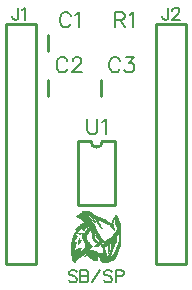
<source format=gto>
G04 DipTrace 3.1.0.1*
G04 BOARD.gto*
%MOIN*%
G04 #@! TF.FileFunction,Legend,Top*
G04 #@! TF.Part,Single*
%ADD10C,0.009843*%
%ADD12C,0.003*%
%ADD35C,0.00772*%
%ADD36C,0.006176*%
%FSLAX26Y26*%
G04*
G70*
G90*
G75*
G01*
G04 TopSilk*
%LPD*%
X546280Y1186871D2*
D10*
Y1238013D1*
Y1036887D2*
Y1088029D1*
X721261Y1036887D2*
Y1088029D1*
X406401Y475051D2*
X506403D1*
Y1274978D1*
X406401D1*
Y475051D1*
X1006500Y1275213D2*
X906499D1*
Y475286D1*
X1006500D1*
Y1275213D1*
X645080Y885461D2*
Y672862D1*
X771052Y885461D2*
Y672862D1*
X645080D2*
X771052D1*
X645080Y885461D2*
X688377D1*
X727754D2*
X771052D1*
X688377D2*
G03X727754Y885461I19689J23D01*
G01*
X658642Y653251D2*
D12*
X679642D1*
X661642Y650251D2*
X685875D1*
X654858Y647251D2*
X691330D1*
X649356Y644251D2*
X695874D1*
X645375Y641251D2*
X673642D1*
X679040D2*
X699474D1*
X772642D2*
D3*
X642690Y638251D2*
X676642D1*
X683689D2*
X702835D1*
X770667D2*
X772642D1*
X640642Y635251D2*
X679642D1*
X687310D2*
X707664D1*
X768572D2*
X775064D1*
X647437Y632251D2*
X682642D1*
X690054D2*
X715025D1*
X766246D2*
X776924D1*
X653053Y629251D2*
X685642D1*
X692379D2*
X723596D1*
X763934D2*
X778311D1*
X657494Y626251D2*
X688642D1*
X694642D2*
X697642D1*
X703642D2*
X731488D1*
X761902D2*
X779528D1*
X661176Y623251D2*
X700642D1*
X706642D2*
X738120D1*
X760225D2*
X763178D1*
X769642D2*
X780625D1*
X664474Y620251D2*
X691166D1*
X697642D2*
X713117D1*
X726577D2*
X743446D1*
X758978D2*
X762434D1*
X769653D2*
X781720D1*
X667642Y617251D2*
X693317D1*
X700642D2*
X703642D1*
X710117D2*
X713966D1*
X733470D2*
X747760D1*
X758198D2*
X761658D1*
X769759D2*
X783131D1*
X661986Y614251D2*
X695146D1*
X710966D2*
X715137D1*
X739199D2*
X751642D1*
X757642D2*
X761144D1*
X770153D2*
X784757D1*
X657636Y611251D2*
X696797D1*
X712137D2*
X716486D1*
X743943D2*
X760971D1*
X770977D2*
X786106D1*
X654377Y608251D2*
X698355D1*
X713498D2*
X717929D1*
X747887D2*
X761237D1*
X772128D2*
X786929D1*
X651378Y605251D2*
X699880D1*
X715045D2*
X719413D1*
X751333D2*
X762008D1*
X773370D2*
X787342D1*
X648025Y602251D2*
X701386D1*
X716906D2*
X720984D1*
X754524D2*
X763140D1*
X774418D2*
X787525D1*
X644468Y599251D2*
X676642D1*
X682642D2*
X702891D1*
X719172D2*
X722732D1*
X757599D2*
X764375D1*
X775056D2*
X787599D1*
X641010Y596251D2*
X670642D1*
X676642D2*
X704390D1*
X721642D2*
X724642D1*
X760627D2*
X765428D1*
X775282D2*
X787626D1*
X637642Y593251D2*
X652642D1*
X658642D2*
X667642D1*
X674679D2*
X705893D1*
X763637D2*
X766128D1*
X775035D2*
X787625D1*
X640642Y590251D2*
X649642D1*
X661642D2*
X664642D1*
X672689D2*
X691642D1*
X697642D2*
X707390D1*
X766642D2*
D3*
X774248D2*
X787514D1*
X638782Y587251D2*
X646642D1*
X670757D2*
X682756D1*
X689220D2*
X694642D1*
X700642D2*
X708893D1*
X772908D2*
X787052D1*
X637071Y584251D2*
X643642D1*
X652642D2*
D3*
X669259D2*
X680152D1*
X690348D2*
X710391D1*
X770910D2*
X786026D1*
X635464Y581251D2*
X655642D1*
X661642D2*
D3*
X668315D2*
X677988D1*
X691832D2*
X711893D1*
X768417D2*
X784642D1*
X633921Y578251D2*
X654048D1*
X660257D2*
X661642D1*
X667642D2*
X676257D1*
X693021D2*
X713402D1*
X766123D2*
X786027D1*
X632413Y575251D2*
X637642D1*
X649642D2*
X652642D1*
X659407D2*
X674999D1*
X693730D2*
X700642D1*
X706642D2*
X714998D1*
X764352D2*
X786888D1*
X631002Y572251D2*
X640642D1*
X659076D2*
X674264D1*
X693315D2*
X716796D1*
X762801D2*
X775178D1*
X781642D2*
X787324D1*
X629786Y569251D2*
X643642D1*
X659277D2*
X673902D1*
X693056D2*
X700653D1*
X706689D2*
X718846D1*
X761077D2*
X774434D1*
X781642D2*
X787518D1*
X628729Y566251D2*
X640756D1*
X660023D2*
X673755D1*
X693323D2*
X700782D1*
X706829D2*
X721172D1*
X759013D2*
X773658D1*
X781642D2*
X787596D1*
X627671Y563251D2*
X638143D1*
X649642D2*
D3*
X661156D2*
X673808D1*
X693955D2*
X701099D1*
X708235D2*
X723989D1*
X754168D2*
X773132D1*
X781642D2*
X787626D1*
X626751Y560251D2*
X635887D1*
X648616D2*
X649642D1*
X662493D2*
X674272D1*
X694860D2*
X702602D1*
X712911D2*
X727250D1*
X747461D2*
X772842D1*
X781642D2*
X787636D1*
X626155Y557251D2*
X633780D1*
X647723D2*
X655642D1*
X663919D2*
X675375D1*
X696330D2*
X705894D1*
X718642D2*
X730642D1*
X739642D2*
X772609D1*
X781630D2*
X787640D1*
X625749Y554251D2*
X631642D1*
X640642D2*
D3*
X647155D2*
X653782D1*
X665298D2*
X676989D1*
X698654D2*
X709642D1*
X715642D2*
X772162D1*
X781525D2*
X787641D1*
X625231Y551251D2*
X640642D1*
X646861D2*
X652061D1*
X666503D2*
X678885D1*
X702136D2*
X771318D1*
X781142D2*
X787630D1*
X624457Y548251D2*
X639257D1*
X646728D2*
X650377D1*
X667556D2*
X681275D1*
X706987D2*
X724642D1*
X739642D2*
X770159D1*
X780412D2*
X787524D1*
X623666Y545251D2*
X638384D1*
X646672D2*
X648579D1*
X668601D2*
X684272D1*
X712642D2*
X721642D1*
X733642D2*
X768903D1*
X779537D2*
X787142D1*
X623135Y542251D2*
X637842D1*
X646642D2*
D3*
X669415D2*
X687275D1*
X708088D2*
X748642D1*
X754642D2*
X767749D1*
X778620D2*
X786412D1*
X622854Y539251D2*
X637255D1*
X669861D2*
X689674D1*
X704101D2*
X715642D1*
X721527D2*
X741296D1*
X745642D2*
X748642D1*
X754642D2*
X766704D1*
X777506D2*
X785537D1*
X622726Y536251D2*
X636343D1*
X669226D2*
X691642D1*
X700642D2*
X712642D1*
X724131D2*
X735454D1*
X745642D2*
X748642D1*
X754642D2*
X765538D1*
X776122D2*
X784620D1*
X622673Y533251D2*
X635073D1*
X668203D2*
X687797D1*
X726295D2*
X730642D1*
X745642D2*
X748642D1*
X754642D2*
X764133D1*
X774445D2*
X783518D1*
X622653Y530251D2*
X633468D1*
X649642D2*
X655642D1*
X666824D2*
X684923D1*
X728026D2*
X732490D1*
X745642D2*
X748642D1*
X754642D2*
X762449D1*
X772659D2*
X782227D1*
X622646Y527251D2*
X631642D1*
X640642D2*
X654235D1*
X663103D2*
X682642D1*
X691642D2*
D3*
X729285D2*
X734096D1*
X745642D2*
X748642D1*
X754642D2*
X760660D1*
X771220D2*
X780828D1*
X622643Y524251D2*
X652642D1*
X658642D2*
X694642D1*
X730020D2*
X735320D1*
X745642D2*
X759233D1*
X770258D2*
X779378D1*
X622642Y521251D2*
X699246D1*
X730383D2*
X736144D1*
X745653D2*
X758364D1*
X769438D2*
X778001D1*
X622642Y518251D2*
X704319D1*
X730547D2*
X736884D1*
X745768D2*
X757832D1*
X768426D2*
X776899D1*
X622653Y515251D2*
X709642D1*
X730642D2*
X737760D1*
X746231D2*
X745642D1*
X751642D2*
X757250D1*
X767176D2*
X776215D1*
X622759Y512251D2*
X738600D1*
X747257D2*
X756341D1*
X765676D2*
X775760D1*
X623141Y509251D2*
X665117D1*
X674745D2*
X739193D1*
X748642D2*
X755072D1*
X763683D2*
X775122D1*
X623860Y506251D2*
X659978D1*
X670850D2*
X739642D1*
X745642D2*
X753468D1*
X760927D2*
X773948D1*
X624641Y503251D2*
X655254D1*
X667642D2*
X670642D1*
X680117D2*
X751642D1*
X757642D2*
X772320D1*
X625269Y500251D2*
X650998D1*
X683990D2*
X709630D1*
X715516D2*
X770508D1*
X625930Y497251D2*
X647264D1*
X688380D2*
X709516D1*
X718014D2*
X768369D1*
X626787Y494251D2*
X643913D1*
X693578D2*
X709052D1*
X719807D2*
X765464D1*
X627724Y491251D2*
X640869D1*
X699817D2*
X708027D1*
X720934D2*
X761441D1*
X628733Y488251D2*
X638269D1*
X706642D2*
D3*
X721888D2*
X756132D1*
X630060Y485251D2*
X636269D1*
X723133D2*
X749678D1*
X631642Y482251D2*
X634642D1*
X724642D2*
X742642D1*
X658642Y653251D2*
X661642Y650251D1*
X654858Y647251D1*
X649356Y644251D1*
X645375Y641251D1*
X642690Y638251D1*
X640642Y635251D1*
X647437Y632251D1*
X653053Y629251D1*
X657494Y626251D1*
X661176Y623251D1*
X664474Y620251D1*
X667642Y617251D1*
X661986Y614251D1*
X657636Y611251D1*
X654377Y608251D1*
X651378Y605251D1*
X648025Y602251D1*
X644468Y599251D1*
X641010Y596251D1*
X637642Y593251D1*
X640642Y590251D1*
X638782Y587251D1*
X637071Y584251D1*
X635464Y581251D1*
X633921Y578251D1*
X632413Y575251D1*
X631002Y572251D1*
X629786Y569251D1*
X628729Y566251D1*
X627671Y563251D1*
X626751Y560251D1*
X626155Y557251D1*
X625749Y554251D1*
X625231Y551251D1*
X624457Y548251D1*
X623666Y545251D1*
X623135Y542251D1*
X622854Y539251D1*
X622726Y536251D1*
X622673Y533251D1*
X622653Y530251D1*
X622646Y527251D1*
X622643Y524251D1*
X622642Y521251D1*
Y518251D1*
X622653Y515251D1*
X622759Y512251D1*
X623141Y509251D1*
X623860Y506251D1*
X624641Y503251D1*
X625269Y500251D1*
X625930Y497251D1*
X626787Y494251D1*
X627724Y491251D1*
X628733Y488251D1*
X630060Y485251D1*
X631642Y482251D1*
X679642Y653251D2*
X685875Y650251D1*
X691330Y647251D1*
X695874Y644251D1*
X699474Y641251D1*
X702835Y638251D1*
X707664Y635251D1*
X715025Y632251D1*
X723596Y629251D1*
X731488Y626251D1*
X738120Y623251D1*
X743446Y620251D1*
X747760Y617251D1*
X751642Y614251D1*
X670642Y644251D2*
X673642Y641251D1*
X676642Y638251D1*
X679642Y635251D1*
X682642Y632251D1*
X685642Y629251D1*
X688642Y626251D1*
X673642Y644251D2*
X679040Y641251D1*
X683689Y638251D1*
X687310Y635251D1*
X690054Y632251D1*
X692379Y629251D1*
X694642Y626251D1*
X772642Y641251D2*
X770667Y638251D1*
X768572Y635251D1*
X766246Y632251D1*
X763934Y629251D1*
X761902Y626251D1*
X760225Y623251D1*
X758978Y620251D1*
X758198Y617251D1*
X757642Y614251D1*
X772642Y638251D2*
X775064Y635251D1*
X776924Y632251D1*
X778311Y629251D1*
X779528Y626251D1*
X780625Y623251D1*
X781720Y620251D1*
X783131Y617251D1*
X784757Y614251D1*
X786106Y611251D1*
X786929Y608251D1*
X787342Y605251D1*
X787525Y602251D1*
X787599Y599251D1*
X787626Y596251D1*
X787625Y593251D1*
X787514Y590251D1*
X787052Y587251D1*
X786026Y584251D1*
X784642Y581251D1*
X786027Y578251D1*
X786888Y575251D1*
X787324Y572251D1*
X787518Y569251D1*
X787596Y566251D1*
X787626Y563251D1*
X787636Y560251D1*
X787640Y557251D1*
X787641Y554251D1*
X787630Y551251D1*
X787524Y548251D1*
X787142Y545251D1*
X786412Y542251D1*
X785537Y539251D1*
X784620Y536251D1*
X783518Y533251D1*
X782227Y530251D1*
X780828Y527251D1*
X779378Y524251D1*
X778001Y521251D1*
X776899Y518251D1*
X776215Y515251D1*
X775760Y512251D1*
X775122Y509251D1*
X773948Y506251D1*
X772320Y503251D1*
X770508Y500251D1*
X768369Y497251D1*
X765464Y494251D1*
X761441Y491251D1*
X756132Y488251D1*
X749678Y485251D1*
X742642Y482251D1*
X694642Y629251D2*
X697642Y626251D1*
X700642Y623251D1*
Y629251D2*
X703642Y626251D1*
X706642Y623251D1*
X763642Y626251D2*
X763178Y623251D1*
X762434Y620251D1*
X761658Y617251D1*
X761144Y614251D1*
X760971Y611251D1*
X761237Y608251D1*
X762008Y605251D1*
X763140Y602251D1*
X764375Y599251D1*
X765428Y596251D1*
X766128Y593251D1*
X766642Y590251D1*
X769642Y626251D2*
Y623251D1*
X769653Y620251D1*
X769759Y617251D1*
X770153Y614251D1*
X770977Y611251D1*
X772128Y608251D1*
X773370Y605251D1*
X774418Y602251D1*
X775056Y599251D1*
X775282Y596251D1*
X775035Y593251D1*
X774248Y590251D1*
X772908Y587251D1*
X770910Y584251D1*
X768417Y581251D1*
X766123Y578251D1*
X764352Y575251D1*
X762801Y572251D1*
X761077Y569251D1*
X759013Y566251D1*
X754168Y563251D1*
X747461Y560251D1*
X739642Y557251D1*
X688642Y623251D2*
X691166Y620251D1*
X693317Y617251D1*
X695146Y614251D1*
X696797Y611251D1*
X698355Y608251D1*
X699880Y605251D1*
X701386Y602251D1*
X702891Y599251D1*
X704390Y596251D1*
X705893Y593251D1*
X707390Y590251D1*
X708893Y587251D1*
X710391Y584251D1*
X711893Y581251D1*
X713402Y578251D1*
X714998Y575251D1*
X716796Y572251D1*
X718846Y569251D1*
X721172Y566251D1*
X723989Y563251D1*
X727250Y560251D1*
X730642Y557251D1*
X694642Y623251D2*
X697642Y620251D1*
X700642Y617251D1*
X712642Y623251D2*
X713117Y620251D1*
X713966Y617251D1*
X715137Y614251D1*
X716486Y611251D1*
X717929Y608251D1*
X719413Y605251D1*
X720984Y602251D1*
X722732Y599251D1*
X724642Y596251D1*
X718642Y623251D2*
X726577Y620251D1*
X733470Y617251D1*
X739199Y614251D1*
X743943Y611251D1*
X747887Y608251D1*
X751333Y605251D1*
X754524Y602251D1*
X757599Y599251D1*
X760627Y596251D1*
X763637Y593251D1*
X766642Y590251D1*
X706642Y620251D2*
X703642Y617251D1*
X709642Y620251D2*
X710117Y617251D1*
X710966Y614251D1*
X712137Y611251D1*
X713498Y608251D1*
X715045Y605251D1*
X716906Y602251D1*
X719172Y599251D1*
X721642Y596251D1*
X679642Y602251D2*
X676642Y599251D1*
X679642Y602251D2*
X682642Y599251D1*
X673642D2*
X670642Y596251D1*
X667642Y593251D1*
X664642Y590251D1*
X676642Y596251D2*
X674679Y593251D1*
X672689Y590251D1*
X670757Y587251D1*
X669259Y584251D1*
X668315Y581251D1*
X667642Y578251D1*
X655642Y596251D2*
X652642Y593251D1*
X649642Y590251D1*
X646642Y587251D1*
X643642Y584251D1*
X655642Y596251D2*
X658642Y593251D1*
X661642Y590251D1*
X688642Y593251D2*
X691642Y590251D1*
X694642Y587251D1*
Y593251D2*
X697642Y590251D1*
X700642Y587251D1*
X685642Y590251D2*
X682756Y587251D1*
X680152Y584251D1*
X677988Y581251D1*
X676257Y578251D1*
X674999Y575251D1*
X674264Y572251D1*
X673902Y569251D1*
X673755Y566251D1*
X673808Y563251D1*
X674272Y560251D1*
X675375Y557251D1*
X676989Y554251D1*
X678885Y551251D1*
X681275Y548251D1*
X684272Y545251D1*
X687275Y542251D1*
X689674Y539251D1*
X691642Y536251D1*
X687797Y533251D1*
X684923Y530251D1*
X682642Y527251D1*
X688642Y590251D2*
X689220Y587251D1*
X690348Y584251D1*
X691832Y581251D1*
X693021Y578251D1*
X693730Y575251D1*
X693315Y572251D1*
X693056Y569251D1*
X693323Y566251D1*
X693955Y563251D1*
X694860Y560251D1*
X696330Y557251D1*
X698654Y554251D1*
X702136Y551251D1*
X706987Y548251D1*
X712642Y545251D1*
X708088Y542251D1*
X704101Y539251D1*
X700642Y536251D1*
X652642Y584251D2*
X655642Y581251D2*
X654048Y578251D1*
X652642Y575251D1*
X661642Y581251D2*
X660257Y578251D1*
X659407Y575251D1*
X659076Y572251D1*
X659277Y569251D1*
X660023Y566251D1*
X661156Y563251D1*
X662493Y560251D1*
X663919Y557251D1*
X665298Y554251D1*
X666503Y551251D1*
X667556Y548251D1*
X668601Y545251D1*
X669415Y542251D1*
X669861Y539251D1*
X669226Y536251D1*
X668203Y533251D1*
X666824Y530251D1*
X663103Y527251D1*
X658642Y524251D1*
X661642Y578251D2*
X634642D2*
X637642Y575251D1*
X640642Y572251D1*
X643642Y569251D1*
X640756Y566251D1*
X638143Y563251D1*
X635887Y560251D1*
X633780Y557251D1*
X631642Y554251D1*
X646642Y578251D2*
X649642Y575251D1*
X703642Y578251D2*
X700642Y575251D1*
X703642Y578251D2*
X706642Y575251D1*
X775642D2*
X775178Y572251D1*
X774434Y569251D1*
X773658Y566251D1*
X773132Y563251D1*
X772842Y560251D1*
X772609Y557251D1*
X772162Y554251D1*
X771318Y551251D1*
X770159Y548251D1*
X768903Y545251D1*
X767749Y542251D1*
X766704Y539251D1*
X765538Y536251D1*
X764133Y533251D1*
X762449Y530251D1*
X760660Y527251D1*
X759233Y524251D1*
X758364Y521251D1*
X757832Y518251D1*
X757250Y515251D1*
X756341Y512251D1*
X755072Y509251D1*
X753468Y506251D1*
X751642Y503251D1*
X781642Y575251D2*
Y572251D1*
Y569251D1*
Y566251D1*
Y563251D1*
Y560251D1*
X781630Y557251D1*
X781525Y554251D1*
X781142Y551251D1*
X780412Y548251D1*
X779537Y545251D1*
X778620Y542251D1*
X777506Y539251D1*
X776122Y536251D1*
X774445Y533251D1*
X772659Y530251D1*
X771220Y527251D1*
X770258Y524251D1*
X769438Y521251D1*
X768426Y518251D1*
X767176Y515251D1*
X765676Y512251D1*
X763683Y509251D1*
X760927Y506251D1*
X757642Y503251D1*
X700642Y572251D2*
X700653Y569251D1*
X700782Y566251D1*
X701099Y563251D1*
X702602Y560251D1*
X705894Y557251D1*
X709642Y554251D1*
X706642Y572251D2*
X706689Y569251D1*
X706829Y566251D1*
X708235Y563251D1*
X712911Y560251D1*
X718642Y557251D1*
X715642Y554251D1*
X649642Y563251D2*
X648616Y560251D1*
X647723Y557251D1*
X647155Y554251D1*
X646861Y551251D1*
X646728Y548251D1*
X646672Y545251D1*
X646642Y542251D1*
X655642Y557251D2*
X653782Y554251D1*
X652061Y551251D1*
X650377Y548251D1*
X648579Y545251D1*
X646642Y542251D1*
X640642Y554251D2*
Y551251D2*
X639257Y548251D1*
X638384Y545251D1*
X637842Y542251D1*
X637255Y539251D1*
X636343Y536251D1*
X635073Y533251D1*
X633468Y530251D1*
X631642Y527251D1*
X727642Y551251D2*
X724642Y548251D1*
X721642Y545251D1*
X745642Y551251D2*
X739642Y548251D1*
X733642Y545251D1*
X748642D2*
Y542251D1*
Y539251D1*
Y536251D1*
Y533251D1*
Y530251D1*
Y527251D1*
X754642Y545251D2*
Y542251D1*
Y539251D1*
Y536251D1*
Y533251D1*
Y530251D1*
Y527251D1*
X718642Y542251D2*
X715642Y539251D1*
X712642Y536251D1*
X718642Y542251D2*
X721527Y539251D1*
X724131Y536251D1*
X726295Y533251D1*
X728026Y530251D1*
X729285Y527251D1*
X730020Y524251D1*
X730383Y521251D1*
X730547Y518251D1*
X730642Y515251D1*
X748642Y542251D2*
X741296Y539251D1*
X735454Y536251D1*
X730642Y533251D1*
X732490Y530251D1*
X734096Y527251D1*
X735320Y524251D1*
X736144Y521251D1*
X736884Y518251D1*
X737760Y515251D1*
X738600Y512251D1*
X739193Y509251D1*
X739642Y506251D1*
X745642Y542251D2*
Y539251D1*
Y536251D1*
Y533251D1*
Y530251D1*
Y527251D1*
Y524251D1*
X745653Y521251D1*
X745768Y518251D1*
X746231Y515251D1*
X747257Y512251D1*
X748642Y509251D1*
X745642Y506251D1*
X649642Y530251D2*
X640642Y527251D1*
X655642Y530251D2*
X654235Y527251D1*
X652642Y524251D1*
X691642Y527251D2*
X694642Y524251D2*
X699246Y521251D1*
X704319Y518251D1*
X709642Y515251D1*
X748642Y518251D2*
X751642Y515251D1*
X670642Y512251D2*
X665117Y509251D1*
X659978Y506251D1*
X655254Y503251D1*
X650998Y500251D1*
X647264Y497251D1*
X643913Y494251D1*
X640869Y491251D1*
X638269Y488251D1*
X636269Y485251D1*
X634642Y482251D1*
X679642Y512251D2*
X674745Y509251D1*
X670850Y506251D1*
X667642Y503251D1*
X673642Y506251D2*
X670642Y503251D1*
X676642Y506251D2*
X680117Y503251D1*
X683990Y500251D1*
X688380Y497251D1*
X693578Y494251D1*
X699817Y491251D1*
X706642Y488251D1*
X709642Y503251D2*
X709630Y500251D1*
X709516Y497251D1*
X709052Y494251D1*
X708027Y491251D1*
X706642Y488251D1*
X712642Y503251D2*
X715516Y500251D1*
X718014Y497251D1*
X719807Y494251D1*
X720934Y491251D1*
X721888Y488251D1*
X723133Y485251D1*
X724642Y482251D1*
X621375Y1303255D2*
D35*
X618998Y1308008D1*
X614190Y1312816D1*
X609437Y1315193D1*
X599875D1*
X595066Y1312816D1*
X590313Y1308008D1*
X587881Y1303255D1*
X585505Y1296070D1*
Y1284076D1*
X587881Y1276946D1*
X590313Y1272138D1*
X595066Y1267385D1*
X599875Y1264953D1*
X609437D1*
X614190Y1267385D1*
X618998Y1272138D1*
X621375Y1276946D1*
X636814Y1305576D2*
X641622Y1308008D1*
X648807Y1315138D1*
Y1264953D1*
X610625Y1153270D2*
X608248Y1158024D1*
X603440Y1162832D1*
X598687Y1165209D1*
X589125D1*
X584317Y1162832D1*
X579563Y1158024D1*
X577132Y1153270D1*
X574755Y1146085D1*
Y1134092D1*
X577132Y1126962D1*
X579563Y1122154D1*
X584317Y1117400D1*
X589125Y1114969D1*
X598687D1*
X603440Y1117400D1*
X608248Y1122154D1*
X610625Y1126962D1*
X628496Y1153215D2*
Y1155592D1*
X630873Y1160400D1*
X633249Y1162777D1*
X638058Y1165153D1*
X647619D1*
X652372Y1162777D1*
X654749Y1160400D1*
X657181Y1155592D1*
Y1150839D1*
X654749Y1146030D1*
X649996Y1138900D1*
X626064Y1114969D1*
X659557D1*
X785606Y1153270D2*
X783230Y1158024D1*
X778421Y1162832D1*
X773668Y1165209D1*
X764107D1*
X759298Y1162832D1*
X754545Y1158024D1*
X752113Y1153270D1*
X749737Y1146085D1*
Y1134092D1*
X752113Y1126962D1*
X754545Y1122154D1*
X759298Y1117400D1*
X764107Y1114969D1*
X773668D1*
X778421Y1117400D1*
X783230Y1122154D1*
X785606Y1126962D1*
X805854Y1165153D2*
X832107D1*
X817792Y1146030D1*
X824977D1*
X829731Y1143654D1*
X832107Y1141277D1*
X834539Y1134092D1*
Y1129339D1*
X832107Y1122154D1*
X827354Y1117345D1*
X820169Y1114969D1*
X812984D1*
X805854Y1117345D1*
X803478Y1119777D1*
X801046Y1124530D1*
X769559Y1291261D2*
X791059D1*
X798244Y1293693D1*
X800676Y1296070D1*
X803053Y1300823D1*
Y1305631D1*
X800676Y1310384D1*
X798244Y1312816D1*
X791059Y1315193D1*
X769559D1*
Y1264953D1*
X786306Y1291261D2*
X803053Y1264953D1*
X818492Y1305576D2*
X823300Y1308008D1*
X830485Y1315138D1*
Y1264953D1*
X677603Y958684D2*
Y922814D1*
X679979Y915629D1*
X684788Y910876D1*
X691973Y908444D1*
X696726D1*
X703911Y910876D1*
X708719Y915629D1*
X711096Y922814D1*
Y958684D1*
X726535Y949067D2*
X731344Y951499D1*
X738529Y958629D1*
Y908444D1*
X446618Y1330883D2*
D36*
Y1300286D1*
X444716Y1294538D1*
X442771Y1292637D1*
X438968Y1290691D1*
X435122D1*
X431319Y1292637D1*
X429418Y1294538D1*
X427472Y1300286D1*
Y1304089D1*
X458969Y1323190D2*
X462816Y1325135D1*
X468564Y1330839D1*
Y1290691D1*
X946565Y1330883D2*
Y1300286D1*
X944664Y1294538D1*
X942718Y1292637D1*
X938916Y1290691D1*
X935069D1*
X931267Y1292637D1*
X929365Y1294538D1*
X927420Y1300286D1*
Y1304089D1*
X960862Y1321288D2*
Y1323190D1*
X962763Y1327036D1*
X964665Y1328938D1*
X968511Y1330839D1*
X976161D1*
X979963Y1328938D1*
X981865Y1327036D1*
X983810Y1323190D1*
Y1319387D1*
X981865Y1315540D1*
X978062Y1309837D1*
X958917Y1290691D1*
X985711D1*
X641747Y450227D2*
X637945Y454074D1*
X632197Y455975D1*
X624547D1*
X618799Y454074D1*
X614953Y450227D1*
Y446424D1*
X616898Y442578D1*
X618799Y440676D1*
X622602Y438775D1*
X634098Y434928D1*
X637945Y433027D1*
X639846Y431082D1*
X641747Y427279D1*
Y421531D1*
X637945Y417729D1*
X632197Y415783D1*
X624547D1*
X618799Y417729D1*
X614953Y421531D1*
X654099Y455975D2*
Y415783D1*
X671343D1*
X677091Y417729D1*
X678992Y419630D1*
X680893Y423432D1*
Y429180D1*
X678992Y433027D1*
X677091Y434928D1*
X671343Y436830D1*
X677091Y438775D1*
X678992Y440676D1*
X680893Y444479D1*
Y448326D1*
X678992Y452128D1*
X677091Y454074D1*
X671343Y455975D1*
X654099D1*
Y436830D2*
X671343D1*
X693245Y415783D2*
X720039Y455931D1*
X759186Y450227D2*
X755383Y454074D1*
X749635Y455975D1*
X741986D1*
X736238Y454074D1*
X732391Y450227D1*
Y446424D1*
X734336Y442578D1*
X736238Y440676D1*
X740040Y438775D1*
X751536Y434928D1*
X755383Y433027D1*
X757284Y431082D1*
X759186Y427279D1*
Y421531D1*
X755383Y417729D1*
X749635Y415783D1*
X741986D1*
X736238Y417729D1*
X732391Y421531D1*
X771537Y434928D2*
X788781D1*
X794485Y436830D1*
X796430Y438775D1*
X798332Y442578D1*
Y448326D1*
X796430Y452128D1*
X794485Y454074D1*
X788781Y455975D1*
X771537D1*
Y415783D1*
M02*

</source>
